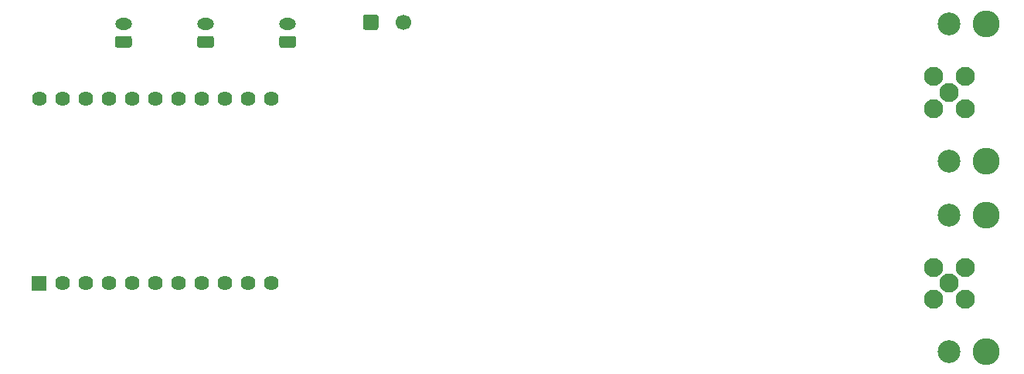
<source format=gbs>
G04 #@! TF.GenerationSoftware,KiCad,Pcbnew,5.1.8-5.fc33*
G04 #@! TF.CreationDate,2020-12-26T17:09:15+01:00*
G04 #@! TF.ProjectId,mini-beieli-pcb-cubecell,6d696e69-2d62-4656-9965-6c692d706362,rev?*
G04 #@! TF.SameCoordinates,Original*
G04 #@! TF.FileFunction,Soldermask,Bot*
G04 #@! TF.FilePolarity,Negative*
%FSLAX46Y46*%
G04 Gerber Fmt 4.6, Leading zero omitted, Abs format (unit mm)*
G04 Created by KiCad (PCBNEW 5.1.8-5.fc33) date 2020-12-26 17:09:15*
%MOMM*%
%LPD*%
G01*
G04 APERTURE LIST*
%ADD10O,1.850000X1.300000*%
%ADD11C,1.700000*%
%ADD12C,1.624000*%
%ADD13C,2.950000*%
%ADD14C,2.500000*%
%ADD15C,2.100000*%
G04 APERTURE END LIST*
D10*
X60000000Y-39000000D03*
G36*
G01*
X60654168Y-41650000D02*
X59345832Y-41650000D01*
G75*
G02*
X59075000Y-41379168I0J270832D01*
G01*
X59075000Y-40620832D01*
G75*
G02*
X59345832Y-40350000I270832J0D01*
G01*
X60654168Y-40350000D01*
G75*
G02*
X60925000Y-40620832I0J-270832D01*
G01*
X60925000Y-41379168D01*
G75*
G02*
X60654168Y-41650000I-270832J0D01*
G01*
G37*
X78000000Y-39000000D03*
G36*
G01*
X78654168Y-41650000D02*
X77345832Y-41650000D01*
G75*
G02*
X77075000Y-41379168I0J270832D01*
G01*
X77075000Y-40620832D01*
G75*
G02*
X77345832Y-40350000I270832J0D01*
G01*
X78654168Y-40350000D01*
G75*
G02*
X78925000Y-40620832I0J-270832D01*
G01*
X78925000Y-41379168D01*
G75*
G02*
X78654168Y-41650000I-270832J0D01*
G01*
G37*
G36*
G01*
X86250000Y-39439375D02*
X86250000Y-38270625D01*
G75*
G02*
X86515625Y-38005000I265625J0D01*
G01*
X87684375Y-38005000D01*
G75*
G02*
X87950000Y-38270625I0J-265625D01*
G01*
X87950000Y-39439375D01*
G75*
G02*
X87684375Y-39705000I-265625J0D01*
G01*
X86515625Y-39705000D01*
G75*
G02*
X86250000Y-39439375I0J265625D01*
G01*
G37*
D11*
X90700000Y-38855000D03*
D12*
X76178000Y-47215000D03*
X73638000Y-47215000D03*
X71098000Y-47215000D03*
X68558000Y-47215000D03*
X66018000Y-47215000D03*
X63478000Y-47215000D03*
X60938000Y-47215000D03*
X58398000Y-47215000D03*
X55858000Y-47215000D03*
X53318000Y-47215000D03*
X50778000Y-47215000D03*
X76178000Y-67515000D03*
X73638000Y-67515000D03*
X71098000Y-67515000D03*
X68558000Y-67515000D03*
X66018000Y-67515000D03*
X63478000Y-67515000D03*
X60938000Y-67515000D03*
X58398000Y-67495000D03*
X55858000Y-67495000D03*
X53318000Y-67495000D03*
G36*
G01*
X51540000Y-68307000D02*
X50016000Y-68307000D01*
G75*
G02*
X49966000Y-68257000I0J50000D01*
G01*
X49966000Y-66733000D01*
G75*
G02*
X50016000Y-66683000I50000J0D01*
G01*
X51540000Y-66683000D01*
G75*
G02*
X51590000Y-66733000I0J-50000D01*
G01*
X51590000Y-68257000D01*
G75*
G02*
X51540000Y-68307000I-50000J0D01*
G01*
G37*
D13*
X154495000Y-75015000D03*
D14*
X150495000Y-75015000D03*
D13*
X154495000Y-60015000D03*
D14*
X150495000Y-60015000D03*
D15*
X150495000Y-67515000D03*
X152265000Y-65745000D03*
X152265000Y-69285000D03*
X148725000Y-65745000D03*
X148725000Y-69285000D03*
D10*
X69000000Y-39000000D03*
G36*
G01*
X69654168Y-41650000D02*
X68345832Y-41650000D01*
G75*
G02*
X68075000Y-41379168I0J270832D01*
G01*
X68075000Y-40620832D01*
G75*
G02*
X68345832Y-40350000I270832J0D01*
G01*
X69654168Y-40350000D01*
G75*
G02*
X69925000Y-40620832I0J-270832D01*
G01*
X69925000Y-41379168D01*
G75*
G02*
X69654168Y-41650000I-270832J0D01*
G01*
G37*
D13*
X154495000Y-54060000D03*
D14*
X150495000Y-54060000D03*
D13*
X154495000Y-39060000D03*
D14*
X150495000Y-39060000D03*
D15*
X150495000Y-46560000D03*
X152265000Y-44790000D03*
X152265000Y-48330000D03*
X148725000Y-44790000D03*
X148725000Y-48330000D03*
M02*

</source>
